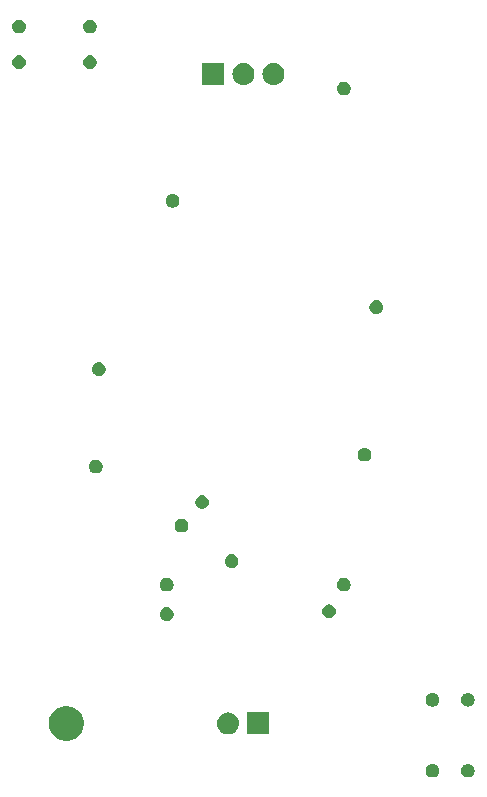
<source format=gbr>
G04 #@! TF.GenerationSoftware,KiCad,Pcbnew,5.1.4*
G04 #@! TF.CreationDate,2019-11-05T22:35:51-05:00*
G04 #@! TF.ProjectId,24_regulator_demo,32345f72-6567-4756-9c61-746f725f6465,rev?*
G04 #@! TF.SameCoordinates,Original*
G04 #@! TF.FileFunction,Soldermask,Bot*
G04 #@! TF.FilePolarity,Negative*
%FSLAX46Y46*%
G04 Gerber Fmt 4.6, Leading zero omitted, Abs format (unit mm)*
G04 Created by KiCad (PCBNEW 5.1.4) date 2019-11-05 22:35:51*
%MOMM*%
%LPD*%
G04 APERTURE LIST*
%ADD10C,0.100000*%
G04 APERTURE END LIST*
D10*
G36*
X244113152Y-168431144D02*
G01*
X244169180Y-168442289D01*
X244274733Y-168486011D01*
X244369728Y-168549485D01*
X244450515Y-168630272D01*
X244513989Y-168725267D01*
X244557711Y-168830820D01*
X244580000Y-168942875D01*
X244580000Y-169057125D01*
X244557711Y-169169180D01*
X244513989Y-169274733D01*
X244450515Y-169369728D01*
X244369728Y-169450515D01*
X244274733Y-169513989D01*
X244169180Y-169557711D01*
X244113153Y-169568855D01*
X244057126Y-169580000D01*
X243942874Y-169580000D01*
X243886847Y-169568855D01*
X243830820Y-169557711D01*
X243725267Y-169513989D01*
X243630272Y-169450515D01*
X243549485Y-169369728D01*
X243486011Y-169274733D01*
X243442289Y-169169180D01*
X243420000Y-169057125D01*
X243420000Y-168942875D01*
X243442289Y-168830820D01*
X243486011Y-168725267D01*
X243549485Y-168630272D01*
X243630272Y-168549485D01*
X243725267Y-168486011D01*
X243830820Y-168442289D01*
X243886848Y-168431144D01*
X243942874Y-168420000D01*
X244057126Y-168420000D01*
X244113152Y-168431144D01*
X244113152Y-168431144D01*
G37*
G36*
X241113152Y-168431144D02*
G01*
X241169180Y-168442289D01*
X241274733Y-168486011D01*
X241369728Y-168549485D01*
X241450515Y-168630272D01*
X241513989Y-168725267D01*
X241557711Y-168830820D01*
X241580000Y-168942875D01*
X241580000Y-169057125D01*
X241557711Y-169169180D01*
X241513989Y-169274733D01*
X241450515Y-169369728D01*
X241369728Y-169450515D01*
X241274733Y-169513989D01*
X241169180Y-169557711D01*
X241113153Y-169568855D01*
X241057126Y-169580000D01*
X240942874Y-169580000D01*
X240886847Y-169568855D01*
X240830820Y-169557711D01*
X240725267Y-169513989D01*
X240630272Y-169450515D01*
X240549485Y-169369728D01*
X240486011Y-169274733D01*
X240442289Y-169169180D01*
X240420000Y-169057125D01*
X240420000Y-168942875D01*
X240442289Y-168830820D01*
X240486011Y-168725267D01*
X240549485Y-168630272D01*
X240630272Y-168549485D01*
X240725267Y-168486011D01*
X240830820Y-168442289D01*
X240886848Y-168431144D01*
X240942874Y-168420000D01*
X241057126Y-168420000D01*
X241113152Y-168431144D01*
X241113152Y-168431144D01*
G37*
G36*
X210431699Y-163576875D02*
G01*
X210701041Y-163688440D01*
X210701043Y-163688441D01*
X210943445Y-163850409D01*
X211149591Y-164056555D01*
X211311559Y-164298957D01*
X211311560Y-164298959D01*
X211423125Y-164568301D01*
X211480000Y-164854231D01*
X211480000Y-165145769D01*
X211423125Y-165431699D01*
X211386889Y-165519180D01*
X211311559Y-165701043D01*
X211149591Y-165943445D01*
X210943445Y-166149591D01*
X210701043Y-166311559D01*
X210701042Y-166311560D01*
X210701041Y-166311560D01*
X210431699Y-166423125D01*
X210145769Y-166480000D01*
X209854231Y-166480000D01*
X209568301Y-166423125D01*
X209298959Y-166311560D01*
X209298958Y-166311560D01*
X209298957Y-166311559D01*
X209056555Y-166149591D01*
X208850409Y-165943445D01*
X208688441Y-165701043D01*
X208613111Y-165519180D01*
X208576875Y-165431699D01*
X208520000Y-165145769D01*
X208520000Y-164854231D01*
X208576875Y-164568301D01*
X208688440Y-164298959D01*
X208688441Y-164298957D01*
X208850409Y-164056555D01*
X209056555Y-163850409D01*
X209298957Y-163688441D01*
X209298959Y-163688440D01*
X209568301Y-163576875D01*
X209854231Y-163520000D01*
X210145769Y-163520000D01*
X210431699Y-163576875D01*
X210431699Y-163576875D01*
G37*
G36*
X227180000Y-165930000D02*
G01*
X225320000Y-165930000D01*
X225320000Y-164070000D01*
X227180000Y-164070000D01*
X227180000Y-165930000D01*
X227180000Y-165930000D01*
G37*
G36*
X223801224Y-164074486D02*
G01*
X223892312Y-164083457D01*
X224067617Y-164136636D01*
X224067620Y-164136637D01*
X224153298Y-164182433D01*
X224229180Y-164222992D01*
X224370791Y-164339209D01*
X224487008Y-164480820D01*
X224527567Y-164556702D01*
X224573363Y-164642380D01*
X224573364Y-164642383D01*
X224626543Y-164817688D01*
X224644499Y-165000000D01*
X224626543Y-165182312D01*
X224573364Y-165357617D01*
X224573363Y-165357620D01*
X224533767Y-165431699D01*
X224487008Y-165519180D01*
X224370791Y-165660791D01*
X224229180Y-165777008D01*
X224153298Y-165817567D01*
X224067620Y-165863363D01*
X224067617Y-165863364D01*
X223892312Y-165916543D01*
X223801224Y-165925514D01*
X223755681Y-165930000D01*
X223664319Y-165930000D01*
X223618776Y-165925514D01*
X223527688Y-165916543D01*
X223352383Y-165863364D01*
X223352380Y-165863363D01*
X223266702Y-165817567D01*
X223190820Y-165777008D01*
X223049209Y-165660791D01*
X222932992Y-165519180D01*
X222886233Y-165431699D01*
X222846637Y-165357620D01*
X222846636Y-165357617D01*
X222793457Y-165182312D01*
X222775501Y-165000000D01*
X222793457Y-164817688D01*
X222846636Y-164642383D01*
X222846637Y-164642380D01*
X222892433Y-164556702D01*
X222932992Y-164480820D01*
X223049209Y-164339209D01*
X223190820Y-164222992D01*
X223266702Y-164182433D01*
X223352380Y-164136637D01*
X223352383Y-164136636D01*
X223527688Y-164083457D01*
X223618776Y-164074486D01*
X223664319Y-164070000D01*
X223755681Y-164070000D01*
X223801224Y-164074486D01*
X223801224Y-164074486D01*
G37*
G36*
X244113152Y-162431144D02*
G01*
X244169180Y-162442289D01*
X244274733Y-162486011D01*
X244369728Y-162549485D01*
X244450515Y-162630272D01*
X244513989Y-162725267D01*
X244557711Y-162830820D01*
X244580000Y-162942875D01*
X244580000Y-163057125D01*
X244557711Y-163169180D01*
X244513989Y-163274733D01*
X244450515Y-163369728D01*
X244369728Y-163450515D01*
X244274733Y-163513989D01*
X244274732Y-163513990D01*
X244274731Y-163513990D01*
X244243817Y-163526795D01*
X244169180Y-163557711D01*
X244113153Y-163568855D01*
X244057126Y-163580000D01*
X243942874Y-163580000D01*
X243886847Y-163568855D01*
X243830820Y-163557711D01*
X243756183Y-163526795D01*
X243725269Y-163513990D01*
X243725268Y-163513990D01*
X243725267Y-163513989D01*
X243630272Y-163450515D01*
X243549485Y-163369728D01*
X243486011Y-163274733D01*
X243442289Y-163169180D01*
X243420000Y-163057125D01*
X243420000Y-162942875D01*
X243442289Y-162830820D01*
X243486011Y-162725267D01*
X243549485Y-162630272D01*
X243630272Y-162549485D01*
X243725267Y-162486011D01*
X243830820Y-162442289D01*
X243886848Y-162431144D01*
X243942874Y-162420000D01*
X244057126Y-162420000D01*
X244113152Y-162431144D01*
X244113152Y-162431144D01*
G37*
G36*
X241113152Y-162431144D02*
G01*
X241169180Y-162442289D01*
X241274733Y-162486011D01*
X241369728Y-162549485D01*
X241450515Y-162630272D01*
X241513989Y-162725267D01*
X241557711Y-162830820D01*
X241580000Y-162942875D01*
X241580000Y-163057125D01*
X241557711Y-163169180D01*
X241513989Y-163274733D01*
X241450515Y-163369728D01*
X241369728Y-163450515D01*
X241274733Y-163513989D01*
X241274732Y-163513990D01*
X241274731Y-163513990D01*
X241243817Y-163526795D01*
X241169180Y-163557711D01*
X241113153Y-163568855D01*
X241057126Y-163580000D01*
X240942874Y-163580000D01*
X240886847Y-163568855D01*
X240830820Y-163557711D01*
X240756183Y-163526795D01*
X240725269Y-163513990D01*
X240725268Y-163513990D01*
X240725267Y-163513989D01*
X240630272Y-163450515D01*
X240549485Y-163369728D01*
X240486011Y-163274733D01*
X240442289Y-163169180D01*
X240420000Y-163057125D01*
X240420000Y-162942875D01*
X240442289Y-162830820D01*
X240486011Y-162725267D01*
X240549485Y-162630272D01*
X240630272Y-162549485D01*
X240725267Y-162486011D01*
X240830820Y-162442289D01*
X240886848Y-162431144D01*
X240942874Y-162420000D01*
X241057126Y-162420000D01*
X241113152Y-162431144D01*
X241113152Y-162431144D01*
G37*
G36*
X218613153Y-155181145D02*
G01*
X218669180Y-155192289D01*
X218774733Y-155236011D01*
X218869728Y-155299485D01*
X218950515Y-155380272D01*
X219013989Y-155475267D01*
X219057711Y-155580820D01*
X219080000Y-155692875D01*
X219080000Y-155807125D01*
X219057711Y-155919180D01*
X219013989Y-156024733D01*
X218950515Y-156119728D01*
X218869728Y-156200515D01*
X218774733Y-156263989D01*
X218669180Y-156307711D01*
X218613153Y-156318855D01*
X218557126Y-156330000D01*
X218442874Y-156330000D01*
X218386847Y-156318855D01*
X218330820Y-156307711D01*
X218225267Y-156263989D01*
X218130272Y-156200515D01*
X218049485Y-156119728D01*
X217986011Y-156024733D01*
X217942289Y-155919180D01*
X217920000Y-155807125D01*
X217920000Y-155692875D01*
X217942289Y-155580820D01*
X217986011Y-155475267D01*
X218049485Y-155380272D01*
X218130272Y-155299485D01*
X218225267Y-155236011D01*
X218330820Y-155192289D01*
X218386847Y-155181145D01*
X218442874Y-155170000D01*
X218557126Y-155170000D01*
X218613153Y-155181145D01*
X218613153Y-155181145D01*
G37*
G36*
X232363152Y-154931144D02*
G01*
X232419180Y-154942289D01*
X232524733Y-154986011D01*
X232619728Y-155049485D01*
X232700515Y-155130272D01*
X232763989Y-155225267D01*
X232807711Y-155330820D01*
X232830000Y-155442875D01*
X232830000Y-155557125D01*
X232807711Y-155669180D01*
X232763989Y-155774733D01*
X232700515Y-155869728D01*
X232619728Y-155950515D01*
X232524733Y-156013989D01*
X232419180Y-156057711D01*
X232363153Y-156068855D01*
X232307126Y-156080000D01*
X232192874Y-156080000D01*
X232136847Y-156068855D01*
X232080820Y-156057711D01*
X231975267Y-156013989D01*
X231880272Y-155950515D01*
X231799485Y-155869728D01*
X231736011Y-155774733D01*
X231692289Y-155669180D01*
X231670000Y-155557125D01*
X231670000Y-155442875D01*
X231692289Y-155330820D01*
X231736011Y-155225267D01*
X231799485Y-155130272D01*
X231880272Y-155049485D01*
X231975267Y-154986011D01*
X232080820Y-154942289D01*
X232136848Y-154931144D01*
X232192874Y-154920000D01*
X232307126Y-154920000D01*
X232363152Y-154931144D01*
X232363152Y-154931144D01*
G37*
G36*
X233613152Y-152681144D02*
G01*
X233669180Y-152692289D01*
X233774733Y-152736011D01*
X233869728Y-152799485D01*
X233950515Y-152880272D01*
X234013989Y-152975267D01*
X234057711Y-153080820D01*
X234080000Y-153192875D01*
X234080000Y-153307125D01*
X234057711Y-153419180D01*
X234013989Y-153524733D01*
X233950515Y-153619728D01*
X233869728Y-153700515D01*
X233774733Y-153763989D01*
X233669180Y-153807711D01*
X233613153Y-153818855D01*
X233557126Y-153830000D01*
X233442874Y-153830000D01*
X233386847Y-153818855D01*
X233330820Y-153807711D01*
X233225267Y-153763989D01*
X233130272Y-153700515D01*
X233049485Y-153619728D01*
X232986011Y-153524733D01*
X232942289Y-153419180D01*
X232920000Y-153307125D01*
X232920000Y-153192875D01*
X232942289Y-153080820D01*
X232986011Y-152975267D01*
X233049485Y-152880272D01*
X233130272Y-152799485D01*
X233225267Y-152736011D01*
X233330820Y-152692289D01*
X233386848Y-152681144D01*
X233442874Y-152670000D01*
X233557126Y-152670000D01*
X233613152Y-152681144D01*
X233613152Y-152681144D01*
G37*
G36*
X218613152Y-152681144D02*
G01*
X218669180Y-152692289D01*
X218774733Y-152736011D01*
X218869728Y-152799485D01*
X218950515Y-152880272D01*
X219013989Y-152975267D01*
X219057711Y-153080820D01*
X219080000Y-153192875D01*
X219080000Y-153307125D01*
X219057711Y-153419180D01*
X219013989Y-153524733D01*
X218950515Y-153619728D01*
X218869728Y-153700515D01*
X218774733Y-153763989D01*
X218669180Y-153807711D01*
X218613153Y-153818855D01*
X218557126Y-153830000D01*
X218442874Y-153830000D01*
X218386847Y-153818855D01*
X218330820Y-153807711D01*
X218225267Y-153763989D01*
X218130272Y-153700515D01*
X218049485Y-153619728D01*
X217986011Y-153524733D01*
X217942289Y-153419180D01*
X217920000Y-153307125D01*
X217920000Y-153192875D01*
X217942289Y-153080820D01*
X217986011Y-152975267D01*
X218049485Y-152880272D01*
X218130272Y-152799485D01*
X218225267Y-152736011D01*
X218330820Y-152692289D01*
X218386848Y-152681144D01*
X218442874Y-152670000D01*
X218557126Y-152670000D01*
X218613152Y-152681144D01*
X218613152Y-152681144D01*
G37*
G36*
X224113152Y-150681144D02*
G01*
X224169180Y-150692289D01*
X224274733Y-150736011D01*
X224369728Y-150799485D01*
X224450515Y-150880272D01*
X224513989Y-150975267D01*
X224557711Y-151080820D01*
X224580000Y-151192875D01*
X224580000Y-151307125D01*
X224557711Y-151419180D01*
X224513989Y-151524733D01*
X224450515Y-151619728D01*
X224369728Y-151700515D01*
X224274733Y-151763989D01*
X224169180Y-151807711D01*
X224113153Y-151818855D01*
X224057126Y-151830000D01*
X223942874Y-151830000D01*
X223886847Y-151818855D01*
X223830820Y-151807711D01*
X223725267Y-151763989D01*
X223630272Y-151700515D01*
X223549485Y-151619728D01*
X223486011Y-151524733D01*
X223442289Y-151419180D01*
X223420000Y-151307125D01*
X223420000Y-151192875D01*
X223442289Y-151080820D01*
X223486011Y-150975267D01*
X223549485Y-150880272D01*
X223630272Y-150799485D01*
X223725267Y-150736011D01*
X223830820Y-150692289D01*
X223886848Y-150681144D01*
X223942874Y-150670000D01*
X224057126Y-150670000D01*
X224113152Y-150681144D01*
X224113152Y-150681144D01*
G37*
G36*
X219863153Y-147681145D02*
G01*
X219919180Y-147692289D01*
X220024733Y-147736011D01*
X220119728Y-147799485D01*
X220200515Y-147880272D01*
X220263989Y-147975267D01*
X220307711Y-148080820D01*
X220330000Y-148192875D01*
X220330000Y-148307125D01*
X220307711Y-148419180D01*
X220263989Y-148524733D01*
X220200515Y-148619728D01*
X220119728Y-148700515D01*
X220024733Y-148763989D01*
X219919180Y-148807711D01*
X219863153Y-148818855D01*
X219807126Y-148830000D01*
X219692874Y-148830000D01*
X219636847Y-148818855D01*
X219580820Y-148807711D01*
X219475267Y-148763989D01*
X219380272Y-148700515D01*
X219299485Y-148619728D01*
X219236011Y-148524733D01*
X219192289Y-148419180D01*
X219170000Y-148307125D01*
X219170000Y-148192875D01*
X219192289Y-148080820D01*
X219236011Y-147975267D01*
X219299485Y-147880272D01*
X219380272Y-147799485D01*
X219475267Y-147736011D01*
X219580820Y-147692289D01*
X219636847Y-147681145D01*
X219692874Y-147670000D01*
X219807126Y-147670000D01*
X219863153Y-147681145D01*
X219863153Y-147681145D01*
G37*
G36*
X221613153Y-145681145D02*
G01*
X221669180Y-145692289D01*
X221774733Y-145736011D01*
X221869728Y-145799485D01*
X221950515Y-145880272D01*
X222013989Y-145975267D01*
X222057711Y-146080820D01*
X222080000Y-146192875D01*
X222080000Y-146307125D01*
X222057711Y-146419180D01*
X222013989Y-146524733D01*
X221950515Y-146619728D01*
X221869728Y-146700515D01*
X221774733Y-146763989D01*
X221669180Y-146807711D01*
X221613153Y-146818855D01*
X221557126Y-146830000D01*
X221442874Y-146830000D01*
X221386847Y-146818855D01*
X221330820Y-146807711D01*
X221225267Y-146763989D01*
X221130272Y-146700515D01*
X221049485Y-146619728D01*
X220986011Y-146524733D01*
X220942289Y-146419180D01*
X220920000Y-146307125D01*
X220920000Y-146192875D01*
X220942289Y-146080820D01*
X220986011Y-145975267D01*
X221049485Y-145880272D01*
X221130272Y-145799485D01*
X221225267Y-145736011D01*
X221330820Y-145692289D01*
X221386847Y-145681145D01*
X221442874Y-145670000D01*
X221557126Y-145670000D01*
X221613153Y-145681145D01*
X221613153Y-145681145D01*
G37*
G36*
X212613152Y-142681144D02*
G01*
X212669180Y-142692289D01*
X212774733Y-142736011D01*
X212869728Y-142799485D01*
X212950515Y-142880272D01*
X213013989Y-142975267D01*
X213057711Y-143080820D01*
X213080000Y-143192875D01*
X213080000Y-143307125D01*
X213057711Y-143419180D01*
X213013989Y-143524733D01*
X212950515Y-143619728D01*
X212869728Y-143700515D01*
X212774733Y-143763989D01*
X212669180Y-143807711D01*
X212613153Y-143818855D01*
X212557126Y-143830000D01*
X212442874Y-143830000D01*
X212386847Y-143818855D01*
X212330820Y-143807711D01*
X212225267Y-143763989D01*
X212130272Y-143700515D01*
X212049485Y-143619728D01*
X211986011Y-143524733D01*
X211942289Y-143419180D01*
X211920000Y-143307125D01*
X211920000Y-143192875D01*
X211942289Y-143080820D01*
X211986011Y-142975267D01*
X212049485Y-142880272D01*
X212130272Y-142799485D01*
X212225267Y-142736011D01*
X212330820Y-142692289D01*
X212386848Y-142681144D01*
X212442874Y-142670000D01*
X212557126Y-142670000D01*
X212613152Y-142681144D01*
X212613152Y-142681144D01*
G37*
G36*
X235363153Y-141681145D02*
G01*
X235419180Y-141692289D01*
X235524733Y-141736011D01*
X235619728Y-141799485D01*
X235700515Y-141880272D01*
X235763989Y-141975267D01*
X235807711Y-142080820D01*
X235830000Y-142192875D01*
X235830000Y-142307125D01*
X235807711Y-142419180D01*
X235763989Y-142524733D01*
X235700515Y-142619728D01*
X235619728Y-142700515D01*
X235524733Y-142763989D01*
X235419180Y-142807711D01*
X235363153Y-142818855D01*
X235307126Y-142830000D01*
X235192874Y-142830000D01*
X235136847Y-142818855D01*
X235080820Y-142807711D01*
X234975267Y-142763989D01*
X234880272Y-142700515D01*
X234799485Y-142619728D01*
X234736011Y-142524733D01*
X234692289Y-142419180D01*
X234670000Y-142307125D01*
X234670000Y-142192875D01*
X234692289Y-142080820D01*
X234736011Y-141975267D01*
X234799485Y-141880272D01*
X234880272Y-141799485D01*
X234975267Y-141736011D01*
X235080820Y-141692289D01*
X235136847Y-141681145D01*
X235192874Y-141670000D01*
X235307126Y-141670000D01*
X235363153Y-141681145D01*
X235363153Y-141681145D01*
G37*
G36*
X212863152Y-134431144D02*
G01*
X212919180Y-134442289D01*
X213024733Y-134486011D01*
X213119728Y-134549485D01*
X213200515Y-134630272D01*
X213263989Y-134725267D01*
X213307711Y-134830820D01*
X213330000Y-134942875D01*
X213330000Y-135057125D01*
X213307711Y-135169180D01*
X213263989Y-135274733D01*
X213200515Y-135369728D01*
X213119728Y-135450515D01*
X213024733Y-135513989D01*
X212919180Y-135557711D01*
X212863152Y-135568856D01*
X212807126Y-135580000D01*
X212692874Y-135580000D01*
X212636848Y-135568856D01*
X212580820Y-135557711D01*
X212475267Y-135513989D01*
X212380272Y-135450515D01*
X212299485Y-135369728D01*
X212236011Y-135274733D01*
X212192289Y-135169180D01*
X212170000Y-135057125D01*
X212170000Y-134942875D01*
X212192289Y-134830820D01*
X212236011Y-134725267D01*
X212299485Y-134630272D01*
X212380272Y-134549485D01*
X212475267Y-134486011D01*
X212580820Y-134442289D01*
X212636848Y-134431144D01*
X212692874Y-134420000D01*
X212807126Y-134420000D01*
X212863152Y-134431144D01*
X212863152Y-134431144D01*
G37*
G36*
X236363153Y-129181145D02*
G01*
X236419180Y-129192289D01*
X236524733Y-129236011D01*
X236619728Y-129299485D01*
X236700515Y-129380272D01*
X236763989Y-129475267D01*
X236807711Y-129580820D01*
X236830000Y-129692875D01*
X236830000Y-129807125D01*
X236807711Y-129919180D01*
X236763989Y-130024733D01*
X236700515Y-130119728D01*
X236619728Y-130200515D01*
X236524733Y-130263989D01*
X236419180Y-130307711D01*
X236363152Y-130318856D01*
X236307126Y-130330000D01*
X236192874Y-130330000D01*
X236136848Y-130318856D01*
X236080820Y-130307711D01*
X235975267Y-130263989D01*
X235880272Y-130200515D01*
X235799485Y-130119728D01*
X235736011Y-130024733D01*
X235692289Y-129919180D01*
X235670000Y-129807125D01*
X235670000Y-129692875D01*
X235692289Y-129580820D01*
X235736011Y-129475267D01*
X235799485Y-129380272D01*
X235880272Y-129299485D01*
X235975267Y-129236011D01*
X236080820Y-129192289D01*
X236136847Y-129181145D01*
X236192874Y-129170000D01*
X236307126Y-129170000D01*
X236363153Y-129181145D01*
X236363153Y-129181145D01*
G37*
G36*
X219113153Y-120181145D02*
G01*
X219169180Y-120192289D01*
X219274733Y-120236011D01*
X219369728Y-120299485D01*
X219450515Y-120380272D01*
X219513989Y-120475267D01*
X219557711Y-120580820D01*
X219580000Y-120692875D01*
X219580000Y-120807125D01*
X219557711Y-120919180D01*
X219513989Y-121024733D01*
X219450515Y-121119728D01*
X219369728Y-121200515D01*
X219274733Y-121263989D01*
X219169180Y-121307711D01*
X219113152Y-121318856D01*
X219057126Y-121330000D01*
X218942874Y-121330000D01*
X218886848Y-121318856D01*
X218830820Y-121307711D01*
X218725267Y-121263989D01*
X218630272Y-121200515D01*
X218549485Y-121119728D01*
X218486011Y-121024733D01*
X218442289Y-120919180D01*
X218420000Y-120807125D01*
X218420000Y-120692875D01*
X218442289Y-120580820D01*
X218486011Y-120475267D01*
X218549485Y-120380272D01*
X218630272Y-120299485D01*
X218725267Y-120236011D01*
X218830820Y-120192289D01*
X218886847Y-120181145D01*
X218942874Y-120170000D01*
X219057126Y-120170000D01*
X219113153Y-120181145D01*
X219113153Y-120181145D01*
G37*
G36*
X233613152Y-110681144D02*
G01*
X233669180Y-110692289D01*
X233774733Y-110736011D01*
X233869728Y-110799485D01*
X233950515Y-110880272D01*
X234013989Y-110975267D01*
X234057711Y-111080820D01*
X234080000Y-111192875D01*
X234080000Y-111307125D01*
X234057711Y-111419180D01*
X234013989Y-111524733D01*
X233950515Y-111619728D01*
X233869728Y-111700515D01*
X233774733Y-111763989D01*
X233669180Y-111807711D01*
X233613153Y-111818855D01*
X233557126Y-111830000D01*
X233442874Y-111830000D01*
X233386847Y-111818855D01*
X233330820Y-111807711D01*
X233225267Y-111763989D01*
X233130272Y-111700515D01*
X233049485Y-111619728D01*
X232986011Y-111524733D01*
X232942289Y-111419180D01*
X232920000Y-111307125D01*
X232920000Y-111192875D01*
X232942289Y-111080820D01*
X232986011Y-110975267D01*
X233049485Y-110880272D01*
X233130272Y-110799485D01*
X233225267Y-110736011D01*
X233330820Y-110692289D01*
X233386848Y-110681144D01*
X233442874Y-110670000D01*
X233557126Y-110670000D01*
X233613152Y-110681144D01*
X233613152Y-110681144D01*
G37*
G36*
X227631224Y-109074486D02*
G01*
X227722312Y-109083457D01*
X227897617Y-109136636D01*
X227897620Y-109136637D01*
X227983298Y-109182433D01*
X228059180Y-109222992D01*
X228200791Y-109339209D01*
X228317008Y-109480820D01*
X228334737Y-109513989D01*
X228403363Y-109642380D01*
X228403364Y-109642383D01*
X228456543Y-109817688D01*
X228474499Y-110000000D01*
X228456543Y-110182312D01*
X228403364Y-110357617D01*
X228403363Y-110357620D01*
X228357567Y-110443298D01*
X228317008Y-110519180D01*
X228200791Y-110660791D01*
X228059180Y-110777008D01*
X227983298Y-110817567D01*
X227897620Y-110863363D01*
X227897617Y-110863364D01*
X227722312Y-110916543D01*
X227631224Y-110925514D01*
X227585681Y-110930000D01*
X227494319Y-110930000D01*
X227448776Y-110925514D01*
X227357688Y-110916543D01*
X227182383Y-110863364D01*
X227182380Y-110863363D01*
X227096702Y-110817567D01*
X227020820Y-110777008D01*
X226879209Y-110660791D01*
X226762992Y-110519180D01*
X226722433Y-110443298D01*
X226676637Y-110357620D01*
X226676636Y-110357617D01*
X226623457Y-110182312D01*
X226605501Y-110000000D01*
X226623457Y-109817688D01*
X226676636Y-109642383D01*
X226676637Y-109642380D01*
X226745263Y-109513989D01*
X226762992Y-109480820D01*
X226879209Y-109339209D01*
X227020820Y-109222992D01*
X227096702Y-109182433D01*
X227182380Y-109136637D01*
X227182383Y-109136636D01*
X227357688Y-109083457D01*
X227448776Y-109074486D01*
X227494319Y-109070000D01*
X227585681Y-109070000D01*
X227631224Y-109074486D01*
X227631224Y-109074486D01*
G37*
G36*
X225091224Y-109074486D02*
G01*
X225182312Y-109083457D01*
X225357617Y-109136636D01*
X225357620Y-109136637D01*
X225443298Y-109182433D01*
X225519180Y-109222992D01*
X225660791Y-109339209D01*
X225777008Y-109480820D01*
X225794737Y-109513989D01*
X225863363Y-109642380D01*
X225863364Y-109642383D01*
X225916543Y-109817688D01*
X225934499Y-110000000D01*
X225916543Y-110182312D01*
X225863364Y-110357617D01*
X225863363Y-110357620D01*
X225817567Y-110443298D01*
X225777008Y-110519180D01*
X225660791Y-110660791D01*
X225519180Y-110777008D01*
X225443298Y-110817567D01*
X225357620Y-110863363D01*
X225357617Y-110863364D01*
X225182312Y-110916543D01*
X225091224Y-110925514D01*
X225045681Y-110930000D01*
X224954319Y-110930000D01*
X224908776Y-110925514D01*
X224817688Y-110916543D01*
X224642383Y-110863364D01*
X224642380Y-110863363D01*
X224556702Y-110817567D01*
X224480820Y-110777008D01*
X224339209Y-110660791D01*
X224222992Y-110519180D01*
X224182433Y-110443298D01*
X224136637Y-110357620D01*
X224136636Y-110357617D01*
X224083457Y-110182312D01*
X224065501Y-110000000D01*
X224083457Y-109817688D01*
X224136636Y-109642383D01*
X224136637Y-109642380D01*
X224205263Y-109513989D01*
X224222992Y-109480820D01*
X224339209Y-109339209D01*
X224480820Y-109222992D01*
X224556702Y-109182433D01*
X224642380Y-109136637D01*
X224642383Y-109136636D01*
X224817688Y-109083457D01*
X224908776Y-109074486D01*
X224954319Y-109070000D01*
X225045681Y-109070000D01*
X225091224Y-109074486D01*
X225091224Y-109074486D01*
G37*
G36*
X223390000Y-110930000D02*
G01*
X221530000Y-110930000D01*
X221530000Y-109070000D01*
X223390000Y-109070000D01*
X223390000Y-110930000D01*
X223390000Y-110930000D01*
G37*
G36*
X212113152Y-108431144D02*
G01*
X212169180Y-108442289D01*
X212274733Y-108486011D01*
X212369728Y-108549485D01*
X212450515Y-108630272D01*
X212513989Y-108725267D01*
X212557711Y-108830820D01*
X212580000Y-108942875D01*
X212580000Y-109057125D01*
X212557711Y-109169180D01*
X212513989Y-109274733D01*
X212450515Y-109369728D01*
X212369728Y-109450515D01*
X212274733Y-109513989D01*
X212169180Y-109557711D01*
X212113153Y-109568855D01*
X212057126Y-109580000D01*
X211942874Y-109580000D01*
X211886847Y-109568855D01*
X211830820Y-109557711D01*
X211725267Y-109513989D01*
X211630272Y-109450515D01*
X211549485Y-109369728D01*
X211486011Y-109274733D01*
X211442289Y-109169180D01*
X211420000Y-109057125D01*
X211420000Y-108942875D01*
X211442289Y-108830820D01*
X211486011Y-108725267D01*
X211549485Y-108630272D01*
X211630272Y-108549485D01*
X211725267Y-108486011D01*
X211830820Y-108442289D01*
X211886848Y-108431144D01*
X211942874Y-108420000D01*
X212057126Y-108420000D01*
X212113152Y-108431144D01*
X212113152Y-108431144D01*
G37*
G36*
X206113152Y-108431144D02*
G01*
X206169180Y-108442289D01*
X206274733Y-108486011D01*
X206369728Y-108549485D01*
X206450515Y-108630272D01*
X206513989Y-108725267D01*
X206557711Y-108830820D01*
X206580000Y-108942875D01*
X206580000Y-109057125D01*
X206557711Y-109169180D01*
X206513989Y-109274733D01*
X206450515Y-109369728D01*
X206369728Y-109450515D01*
X206274733Y-109513989D01*
X206169180Y-109557711D01*
X206113153Y-109568855D01*
X206057126Y-109580000D01*
X205942874Y-109580000D01*
X205886847Y-109568855D01*
X205830820Y-109557711D01*
X205725267Y-109513989D01*
X205630272Y-109450515D01*
X205549485Y-109369728D01*
X205486011Y-109274733D01*
X205442289Y-109169180D01*
X205420000Y-109057125D01*
X205420000Y-108942875D01*
X205442289Y-108830820D01*
X205486011Y-108725267D01*
X205549485Y-108630272D01*
X205630272Y-108549485D01*
X205725267Y-108486011D01*
X205830820Y-108442289D01*
X205886848Y-108431144D01*
X205942874Y-108420000D01*
X206057126Y-108420000D01*
X206113152Y-108431144D01*
X206113152Y-108431144D01*
G37*
G36*
X212113153Y-105431145D02*
G01*
X212169180Y-105442289D01*
X212274733Y-105486011D01*
X212369728Y-105549485D01*
X212450515Y-105630272D01*
X212513989Y-105725267D01*
X212557711Y-105830820D01*
X212580000Y-105942875D01*
X212580000Y-106057125D01*
X212557711Y-106169180D01*
X212513989Y-106274733D01*
X212450515Y-106369728D01*
X212369728Y-106450515D01*
X212274733Y-106513989D01*
X212169180Y-106557711D01*
X212113153Y-106568855D01*
X212057126Y-106580000D01*
X211942874Y-106580000D01*
X211886847Y-106568855D01*
X211830820Y-106557711D01*
X211725267Y-106513989D01*
X211630272Y-106450515D01*
X211549485Y-106369728D01*
X211486011Y-106274733D01*
X211442289Y-106169180D01*
X211420000Y-106057125D01*
X211420000Y-105942875D01*
X211442289Y-105830820D01*
X211486011Y-105725267D01*
X211549485Y-105630272D01*
X211630272Y-105549485D01*
X211725267Y-105486011D01*
X211830820Y-105442289D01*
X211886847Y-105431145D01*
X211942874Y-105420000D01*
X212057126Y-105420000D01*
X212113153Y-105431145D01*
X212113153Y-105431145D01*
G37*
G36*
X206113153Y-105431145D02*
G01*
X206169180Y-105442289D01*
X206274733Y-105486011D01*
X206369728Y-105549485D01*
X206450515Y-105630272D01*
X206513989Y-105725267D01*
X206557711Y-105830820D01*
X206580000Y-105942875D01*
X206580000Y-106057125D01*
X206557711Y-106169180D01*
X206513989Y-106274733D01*
X206450515Y-106369728D01*
X206369728Y-106450515D01*
X206274733Y-106513989D01*
X206169180Y-106557711D01*
X206113153Y-106568855D01*
X206057126Y-106580000D01*
X205942874Y-106580000D01*
X205886847Y-106568855D01*
X205830820Y-106557711D01*
X205725267Y-106513989D01*
X205630272Y-106450515D01*
X205549485Y-106369728D01*
X205486011Y-106274733D01*
X205442289Y-106169180D01*
X205420000Y-106057125D01*
X205420000Y-105942875D01*
X205442289Y-105830820D01*
X205486011Y-105725267D01*
X205549485Y-105630272D01*
X205630272Y-105549485D01*
X205725267Y-105486011D01*
X205830820Y-105442289D01*
X205886847Y-105431145D01*
X205942874Y-105420000D01*
X206057126Y-105420000D01*
X206113153Y-105431145D01*
X206113153Y-105431145D01*
G37*
M02*

</source>
